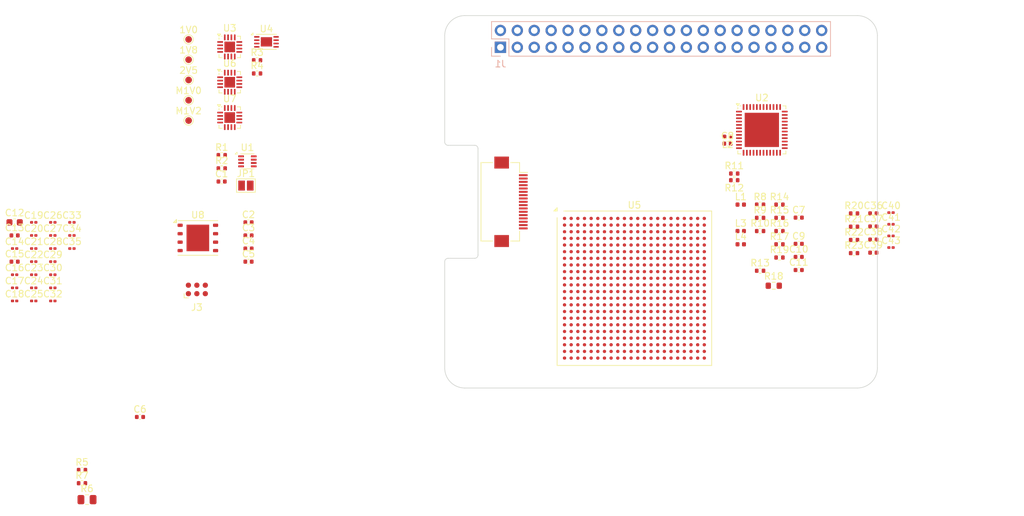
<source format=kicad_pcb>
(kicad_pcb (version 20241229) (generator "pcbnew") (generator_version "9.0")
  (title_block (date "15 nov 2012"))
  (layers (0 "F.Cu" signal) (4 "In1.Cu" signal) (6 "In2.Cu" signal) (8 "In3.Cu" signal) (10 "In4.Cu" signal) (2 "B.Cu" signal) (13 "F.Paste" user) (15 "B.Paste" user) (5 "F.SilkS" user "F.Silkscreen") (7 "B.SilkS" user "B.Silkscreen") (1 "F.Mask" user) (3 "B.Mask" user) (25 "Edge.Cuts" user))
  (net 0 "")
  (net 1 "GND")
  (net 2 "/FPGA/1V0_FD")
  (net 3 "/FPGA/1V8_FD")
  (net 4 "/FPGA/FPGA Power/2V5_FD")
  (net 5 "Net-(U5F-MGTPTXN0_216)")
  (net 6 "/FPGA/FPGA 3/PCIE.TX_N")
  (net 7 "/FPGA/FPGA 3/PCIE.RX_N")
  (net 8 "Net-(U5F-MGTPRXN0_216)")
  (net 9 "/FPGA/FPGA 3/PCIE.TX_P")
  (net 10 "Net-(U5F-MGTPTXP0_216)")
  (net 11 "/FPGA/FPGA 3/PCIE.RX_P")
  (net 12 "Net-(U5F-MGTPRXP0_216)")
  (net 16 "/Connectors/EN3")
  (net 18 "/Connectors/I2C1.SDA")
  (net 19 "/ID_SDA")
  (net 20 "/ID_SCL")
  (net 22 "/Connectors/SPI0.CS0")
  (net 24 "/Connectors/EN2")
  (net 25 "/Connectors/EN1")
  (net 26 "/Connectors/SPI0.CS1")
  (net 27 "/Connectors/5V0")
  (net 28 "/Connectors/ID_SCL")
  (net 29 "/Connectors/EN4")
  (net 31 "+3V3")
  (net 32 "/Connectors/PGOOD")
  (net 33 "/Connectors/I2C1.SCL")
  (net 35 "/Connectors/SPI0.MISO")
  (net 39 "/Connectors/3V3")
  (net 40 "/Connectors/ID_SDA")
  (net 41 "/Connectors/SPI0.MOSI")
  (net 42 "/Connectors/SPI0.SCK")
  (net 46 "/Connectors/PCIE.F2P_P")
  (net 47 "/Connectors/PCIE.P2F_P")
  (net 48 "/Connectors/PCIE.CLK_P")
  (net 49 "Net-(JP1-A)")
  (net 50 "/Connectors/PCIE.CLKREQ_N")
  (net 51 "/Connectors/PCIE.CLK_N")
  (net 52 "/Connectors/PCIE.PWR_EN")
  (net 53 "/Connectors/PCIE.P2F_N")
  (net 54 "/Connectors/PCIE.F2P_N")
  (net 55 "/Connectors/PCIE.DET_WAKE")
  (net 56 "/Connectors/PCIE.RST_B")
  (net 57 "/Connectors/TCK")
  (net 58 "/Connectors/TDO")
  (net 59 "/Connectors/TDI")
  (net 60 "/Connectors/TMS")
  (net 61 "/FPGA/1V2_MGT")
  (net 62 "/Main Power/FB1")
  (net 63 "/Main Power/BST3")
  (net 64 "/Main Power/Comp & Decpl./COMP4")
  (net 68 "/Main Power/5V0_N")
  (net 69 "/Main Power/SW2")
  (net 70 "/Main Power/BST4")
  (net 71 "/Main Power/Comp & Decpl./COMP3")
  (net 72 "/Main Power/SW3")
  (net 73 "/Main Power/FB4")
  (net 75 "/Main Power/Comp & Decpl./COMP1")
  (net 77 "/Main Power/SW4")
  (net 78 "/Main Power/BST1")
  (net 79 "/Main Power/FB3")
  (net 80 "/Main Power/SW1")
  (net 81 "/Main Power/FB2")
  (net 84 "/Main Power/BST2")
  (net 85 "/Main Power/Comp & Decpl./COMP2")
  (net 86 "Net-(U2-RT)")
  (net 88 "/Main Power/5V0_SENS_N")
  (net 90 "/Main Power/5V0_SENS_P")
  (net 91 "/FPGA/3V3_FD")
  (net 92 "/FPGA/FPGA 3/PCIE.CLK_N")
  (net 93 "/FPGA/FPGA 3/PCIE.CLK_P")
  (net 94 "/Main Power/1V0_SENS_P")
  (net 95 "/Main Power/1V0_SENS_N")
  (net 401 "Net-(C40-Pad1)")
  (net 402 "Net-(C41-Pad1)")
  (net 403 "Net-(C42-Pad1)")
  (net 404 "Net-(C43-Pad1)")
  (net 405 "/Main Power/1V0_P")
  (footprint "Package_BGA:Xilinx_FGG484" (layer "F.Cu") (at 128.5 85)
    (property "Reference" "U5")
    (property "Value" "XC7A35T-FGG484")
  )
  (footprint "Capacitor_SMD:C_0201_0603Metric" (layer "F.Cu") (at 41.12 75.09)
    (property "Reference" "C26")
    (property "Value" "0.1uF")
  )
  (footprint "MountingHole:MountingHole_2.7mm_M2.5" (layer "F.Cu") (at 161.5 47.5)
    (property "Reference" "MH2" (hide yes))
    (property "Value" "MountingHole_2.7mm_M2.5" (hide yes))
  )
  (footprint "Package_SON:WSON-8-1EP_6x5mm_P1.27mm_EP3.4x4mm" (layer "F.Cu") (at 62.91 77.435)
    (property "Reference" "U8")
    (property "Value" "MX25L3233FZN")
  )
  (footprint "Resistor_SMD:R_0402_1005Metric" (layer "F.Cu") (at 150.295 74.41)
    (property "Reference" "R15")
    (property "Value" "15K")
  )
  (footprint "Resistor_SMD:R_0402_1005Metric" (layer "F.Cu") (at 147.385 82.37)
    (property "Reference" "R13")
    (property "Value" "30K")
  )
  (footprint "Resistor_SMD:R_0402_1005Metric" (layer "F.Cu") (at 147.385 72.42)
    (property "Reference" "R8")
    (property "Value" "31.6K")
  )
  (footprint "Capacitor_SMD:C_0201_0603Metric" (layer "F.Cu") (at 41.12 84.94)
    (property "Reference" "C31")
    (property "Value" "0.1uF")
  )
  (footprint "Capacitor_SMD:C_0402_1005Metric" (layer "F.Cu") (at 153.185 74.38)
    (property "Reference" "C7")
    (property "Value" "0.1uF")
  )
  (footprint "Capacitor_SMD:C_0201_0603Metric" (layer "F.Cu") (at 38.25 75.09)
    (property "Reference" "C19")
    (property "Value" "0.1uF")
  )
  (footprint "Capacitor_SMD:C_0402_1005Metric" (layer "F.Cu") (at 164.39 77.68)
    (property "Reference" "C38")
    (property "Value" "10uF")
  )
  (footprint "Capacitor_SMD:C_0402_1005Metric" (layer "F.Cu") (at 164.39 75.71)
    (property "Reference" "C37")
    (property "Value" "10uF")
  )
  (footprint "Capacitor_SMD:C_0201_0603Metric" (layer "F.Cu") (at 41.12 79.03)
    (property "Reference" "C28")
    (property "Value" "0.1uF")
  )
  (footprint "Capacitor_SMD:C_0402_1005Metric" (layer "F.Cu") (at 153.185 78.32)
    (property "Reference" "C9")
    (property "Value" "0.1uF")
  )
  (footprint "Resistor_SMD:R_0402_1005Metric" (layer "F.Cu") (at 161.5 79.72)
    (property "Reference" "R23")
    (property "Value" "10K")
  )
  (footprint "Capacitor_SMD:C_0402_1005Metric" (layer "F.Cu") (at 70.52 81)
    (property "Reference" "C5")
    (property "Value" "0.1uF")
  )
  (footprint "Resistor_SMD:R_0402_1005Metric" (layer "F.Cu") (at 66.5 66.97)
    (property "Reference" "R2")
    (property "Value" "3.9k")
  )
  (footprint "Inductor_SMD:L_0402_1005Metric" (layer "F.Cu") (at 144.475 78.39)
    (property "Reference" "L4")
    (property "Value" "1uH")
  )
  (footprint "Resistor_SMD:R_0402_1005Metric" (layer "F.Cu") (at 147.385 74.41)
    (property "Reference" "R9")
    (property "Value" "30K")
  )
  (footprint "Capacitor_SMD:C_0402_1005Metric" (layer "F.Cu") (at 153.185 80.29)
    (property "Reference" "C10")
    (property "Value" "0.1uF")
  )
  (footprint "Connector:Tag-Connect_TC2030-IDC-NL_2x03_P1.27mm_Vertical" (layer "F.Cu") (at 62.76 85.18)
    (property "Reference" "J3")
    (property "Value" "TC2030")
  )
  (footprint "Resistor_SMD:R_0402_1005Metric" (layer "F.Cu") (at 143.5 68.75 180)
    (property "Reference" "R12")
    (property "Value" "24K")
  )
  (footprint "Capacitor_SMD:C_0201_0603Metric" (layer "F.Cu") (at 35.38 84.94)
    (property "Reference" "C17")
    (property "Value" "0.1uF")
  )
  (footprint "Resistor_SMD:R_0402_1005Metric" (layer "F.Cu") (at 161.5 73.75)
    (property "Reference" "R20")
    (property "Value" "10K")
  )
  (footprint "Capacitor_SMD:C_0201_0603Metric" (layer "F.Cu") (at 41.12 81)
    (property "Reference" "C29")
    (property "Value" "0.1uF")
  )
  (footprint "TestPoint:TestPoint_Pad_D1.0mm" (layer "F.Cu") (at 61.52 53.68)
    (property "Reference" "2V5")
    (property "Value" "TestPoint")
  )
  (footprint "Capacitor_SMD:C_0402_1005Metric" (layer "F.Cu") (at 70.52 79.03)
    (property "Reference" "C4")
    (property "Value" "0.1uF")
  )
  (footprint "Resistor_SMD:R_0402_1005Metric" (layer "F.Cu") (at 71.81 50.71)
    (property "Reference" "R3")
    (property "Value" "4.7K")
  )
  (footprint "Resistor_SMD:R_0603_1608Metric" (layer "F.Cu") (at 149.435 84.62)
    (property "Reference" "R18")
    (property "Value" "0.005")
  )
  (footprint "Capacitor_SMD:C_0201_0603Metric" (layer "F.Cu") (at 38.25 82.97)
    (property "Reference" "C23")
    (property "Value" "0.1uF")
  )
  (footprint "Capacitor_SMD:C_0201_0603Metric" (layer "F.Cu") (at 35.38 79.03)
    (property "Reference" "C14")
    (property "Value" "0.1uF")
  )
  (footprint "Capacitor_SMD:C_0201_0603Metric" (layer "F.Cu") (at 43.99 75.09)
    (property "Reference" "C33")
    (property "Value" "0.1uF")
  )
  (footprint "Resistor_SMD:R_0402_1005Metric" (layer "F.Cu") (at 71.81 52.7)
    (property "Reference" "R4")
    (property "Value" "4.7K")
  )
  (footprint "TestPoint:TestPoint_Pad_D1.0mm" (layer "F.Cu") (at 61.52 50.63)
    (property "Reference" "1V8")
    (property "Value" "TestPoint")
  )
  (footprint "Resistor_SMD:R_0402_1005Metric" (layer "F.Cu") (at 161.5 77.73)
    (property "Reference" "R22")
    (property "Value" "10K")
  )
  (footprint "Resistor_SMD:R_0402_1005Metric" (layer "F.Cu") (at 150.295 72.42)
    (property "Reference" "R14")
    (property "Value" "120K")
  )
  (footprint "Inductor_SMD:L_0402_1005Metric" (layer "F.Cu") (at 144.475 76.4)
    (property "Reference" "L3")
    (property "Value" "1uH")
  )
  (footprint "Resistor_SMD:R_0402_1005Metric" (layer "F.Cu") (at 161.5 75.74)
    (property "Reference" "R21")
    (property "Value" "10K")
  )
  (footprint "Capacitor_SMD:C_0201_0603Metric" (layer "F.Cu") (at 167.05 78.88)
    (property "Reference" "C43")
    (property "Value" "2.2nF")
  )
  (footprint "Capacitor_SMD:C_0402_1005Metric" (layer "F.Cu") (at 66.48 68.95)
    (property "Reference" "C1")
    (property "Value" "100n")
  )
  (footprint "Package_DFN_QFN:QFN-48-1EP_7x7mm_P0.5mm_EP5.15x5.15mm" (layer "F.Cu") (at 147.645 61.185)
    (property "Reference" "U2")
    (property "Value" "ADP5054")
  )
  (footprint "Capacitor_SMD:C_0402_1005Metric" (layer "F.Cu") (at 164.39 79.65)
    (property "Reference" "C39")
    (property "Value" "10uF")
  )
  (footprint "Capacitor_SMD:C_0201_0603Metric" (layer "F.Cu") (at 41.12 86.91)
    (property "Reference" "C32")
    (property "Value" "0.1uF")
  )
  (footprint "Inductor_SMD:L_0402_1005Metric" (layer "F.Cu") (at 142.505 62.22 180)
    (property "Reference" "L2")
    (property "Value" "1uH")
  )
  (footprint "Jumper:SolderJumper-2_P1.3mm_Open_Pad1.0x1.5mm" (layer "F.Cu") (at 70.13 69.56)
    (property "Reference" "JP1")
    (property "Value" "ID_WP")
  )
  (footprint "Capacitor_SMD:C_0201_0603Metric" (layer "F.Cu") (at 167.05 75.38)
    (property "Reference" "C41")
    (property "Value" "2.2nF")
  )
  (footprint "Package_DFN_QFN:DFN-8-1EP_3x2mm_P0.5mm_EP1.7x1.4mm" (layer "F.Cu") (at 73.215 47.945)
    (property "Reference" "U4")
    (property "Value" "MCP9804_DFN")
  )
  (footprint "Capacitor_SMD:C_0201_0603Metric" (layer "F.Cu") (at 35.38 82.97)
    (property "Reference" "C16")
    (property "Value" "0.1uF")
  )
  (footprint "MountingHole:MountingHole_2.7mm_M2.5" (layer "F.Cu") (at 103.5 96.5)
    (property "Reference" "MH3" (hide yes))
    (property "Value" "MountingHole_2.7mm_M2.5" (hide yes))
  )
  (footprint "Capacitor_SMD:C_0402_1005Metric" (layer "F.Cu") (at 70.52 75.09)
    (property "Reference" "C2")
    (property "Value" "0.1uF")
  )
  (footprint "Capacitor_SMD:C_0201_0603Metric" (layer "F.Cu") (at 38.25 86.91)
    (property "Reference" "C25")
    (property "Value" "0.1uF")
  )
  (footprint "Package_DFN_QFN:VQFN-16-1EP_3x3mm_P0.5mm_EP1.6x1.6mm" (layer "F.Cu") (at 67.7 54.02)
    (property "Reference" "U6")
    (property "Value" "INA230AIRGTT")
  )
  (footprint "Capacitor_SMD:C_0201_0603Metric" (layer "F.Cu") (at 43.99 77.06)
    (property "Reference" "C34")
    (property "Value" "0.1uF")
  )
  (footprint "Capacitor_SMD:C_0402_1005Metric" (layer "F.Cu") (at 35.38 77.06)
    (property "Reference" "C13")
    (property "Value" "0.1uF")
  )
  (footprint "Capacitor_SMD:C_0402_1005Metric" (layer "F.Cu") (at 35.38 81)
    (property "Reference" "C15")
    (property "Value" "10uF")
  )
  (footprint "MountingHole:MountingHole_2.7mm_M2.5" (layer "F.Cu") (at 103.5 47.5)
    (property "Reference" "MH1" (hide yes))
    (property "Value" "MountingHole_2.7mm_M2.5" (hide yes))
  )
  (footprint "Resistor_SMD:R_0402_1005Metric" (layer "F.Cu") (at 143.5 67.75)
    (property "Reference" "R11")
    (property "Value" "75K")
  )
  (footprint "Capacitor_SMD:C_0201_0603Metric" (layer "F.Cu") (at 41.12 77.06)
    (property "Reference" "C27")
    (property "Value" "0.1uF")
  )
  (footprint "Capacitor_SMD:C_0201_0603Metric" (layer "F.Cu") (at 35.38 86.91)
    (property "Reference" "C18")
    (property "Value" "0.1uF")
  )
  (footprint "Capacitor_SMD:C_0402_1005Metric" (layer "F.Cu") (at 164.39 73.74)
    (property "Reference" "C36")
    (property "Value" "10uF")
  )
  (footprint "Resistor_SMD:R_0402_1005Metric" (layer "F.Cu") (at 150.295 78.39)
    (property "Reference" "R17")
    (property "Value" "100")
  )
  (footprint "Inductor_SMD:L_0402_1005Metric" (layer "F.Cu") (at 144.475 72.42)
    (property "Reference" "L1")
    (property "Value" "1uH")
  )
  (footprint "Resistor_SMD:R_0805_2012Metric" (layer "F.Cu") (at 46.255 116.79)
    (property "Reference" "R6")
    (property "Value" "0.003")
  )
  (footprint "Capacitor_SMD:C_0201_0603Metric" (layer "F.Cu") (at 43.99 79.03)
    (property "Reference" "C35")
    (property "Value" "0.1uF")
  )
  (footprint "Capacitor_SMD:C_0402_1005Metric" (layer "F.Cu") (at 142.48 63.25)
    (property "Reference" "C8")
    (property "Value" "0.1uF")
  )
  (footprint "Capacitor_SMD:C_0201_0603Metric" (layer "F.Cu") (at 38.25 77.06)
    (property "Reference" "C20")
    (property "Value" "0.1uF")
  )
  (footprint "Capacitor_SMD:C_0402_1005Metric" (layer "F.Cu") (at 54.215 104.36)
    (property "Reference" "C6")
    (property "Value" "0.1uF")
  )
  (footprint "Package_DFN_QFN:VQFN-16-1EP_3x3mm_P0.5mm_EP1.6x1.6mm" (layer "F.Cu") (at 67.7 48.71)
    (property "Reference" "U3")
    (property "Value" "INA230AIRGTT")
  )
  (footprint "TestPoint:TestPoint_Pad_D1.0mm" (layer "F.Cu") (at 61.52 47.58)
    (property "Reference" "1V0")
    (property "Value" "TestPoint")
  )
  (footprint "Resistor_SMD:R_0402_1005Metric" (layer "F.Cu") (at 150.295 76.4)
    (property "Reference" "R16")
    (property "Value" "30K")
  )
  (footprint "Package_DFN_QFN:VQFN-16-1EP_3x3mm_P0.5mm_EP1.6x1.6mm" (layer "F.Cu") (at 67.7 59.33)
    (property "Reference" "U7")
    (property "Value" "INA230AIRGTT")
  )
  (footprint "MountingHole:MountingHole_2.7mm_M2.5" (layer "F.Cu") (at 161.5 96.5)
    (property "Reference" "MH4" (hide yes))
    (property "Value" "MountingHole_2.7mm_M2.5" (hide yes))
  )
  (footprint "Capacitor_SMD:C_0201_0603Metric" (layer "F.Cu") (at 167.05 73.63)
    (property "Reference" "C40")
    (property "Value" "2.2nF")
  )
  (footprint "Capacitor_SMD:C_0201_0603Metric" (layer "F.Cu") (at 38.25 84.94)
    (property "Reference" "C24")
    (property "Value" "0.1uF")
  )
  (footprint "Resistor_SMD:R_0402_1005Metric" (layer "F.Cu") (at 66.5 64.98)
    (property "Reference" "R1")
    (property "Value" "3.9k")
  )
  (footprint "Capacitor_SMD:C_0201_0603Metric" (layer "F.Cu") (at 167.05 77.13)
    (property "Reference" "C42")
    (property "Value" "2.2nF")
  )
  (footprint "TestPoint:TestPoint_Pad_D1.0mm" (layer "F.Cu") (at 61.52 56.73)
    (property "Reference" "M1V0")
    (property "Value" "TestPoint")
  )
  (footprint "Capacitor_SMD:C_0201_0603Metric" (layer "F.Cu") (at 38.25 81)
    (property "Reference" "C22")
    (property "Value" "0.1uF")
  )
  (footprint "Capacitor_SMD:C_0402_1005Metric" (layer "F.Cu") (at 70.52 77.06)
    (property "Reference" "C3")
    (property "Value" "0.1uF")
  )
  (footprint "Capacitor_SMD:C_0201_0603Metric" (layer "F.Cu") (at 38.25 79.03)
    (property "Reference" "C21")
    (property "Value" "0.1uF")
  )
  (footprint "Package_DFN_QFN:DFN-8_2x2mm_P0.5mm" (layer "F.Cu") (at 70.355 65.915)
    (property "Reference" "U1")
    (property "Value" "CAT24C256")
  )
  (footprint "Connector_FFC-FPC:Hirose_FH12-17S-0.5SH_1x17-1MP_P0.50mm_Horizontal" (layer "F.Cu") (at 109.95 72 -90)
    (property "Reference" "J2" (hide yes))
    (property "Value" "Hirose_FH12-16S")
  )
  (footprint "Resistor_SMD:R_0402_1005Metric" (layer "F.Cu") (at 45.505 114.32)
    (property "Reference" "R7")
    (property "Value" "100")
  )
  (footprint "Capacitor_SMD:C_0201_0603Metric" (layer "F.Cu") (at 41.12 82.97)
    (property "Reference" "C30")
    (property "Value" "0.1uF")
  )
  (footprint "Capacitor_SMD:C_0603_1608Metric" (layer "F.Cu") (at 35.38 75.09)
    (property "Reference" "C12")
    (property "Value" "47uF")
  )
  (footprint "TestPoint:TestPoint_Pad_D1.0mm" (layer "F.Cu") (at 61.52 59.78)
    (property "Reference" "M1V2")
    (property "Value" "TestPoint")
  )
  (footprint "Resistor_SMD:R_0402_1005Metric" (layer "F.Cu") (at 150.295 80.38)
    (property "Reference" "R19")
    (property "Value" "100")
  )
  (footprint "Resistor_SMD:R_0402_1005Metric" (layer "F.Cu") (at 147.385 76.4)
    (property "Reference" "R10")
    (property "Value" "24K")
  )
  (footprint "Capacitor_SMD:C_0402_1005Metric" (layer "F.Cu") (at 153.185 82.26)
    (property "Reference" "C11")
    (property "Value" "0.1uF")
  )
  (footprint "Resistor_SMD:R_0402_1005Metric" (layer "F.Cu") (at 45.505 112.33)
    (property "Reference" "R5")
    (property "Value" "100")
  )
  (footprint "Connector_PinSocket_2.54mm:PinSocket_2x20_P2.54mm_Vertical" (layer "B.Cu") (at 108.37 48.77 -90)
    (property "Reference" "J1")
    (property "Value" "GPIO")
  )
  (gr_arc (start 100.5 63.5) (mid 100.146447 63.353553) (end 100 63) (stroke (width 0.1)) (layer "Edge.Cuts"))
  (gr_arc (start 162 44) (mid 164.12132 44.87868) (end 165 47) (stroke (width 0.1)) (layer "Edge.Cuts"))
  (gr_line (start 165 97) (end 165 47) (stroke (width 0.1)) (layer "Edge.Cuts"))
  (gr_line (start 100 47) (end 100 63) (stroke (width 0.1)) (layer "Edge.Cuts"))
  (gr_arc (start 103 100) (mid 100.87868 99.12132) (end 100 97) (stroke (width 0.1)) (layer "Edge.Cuts"))
  (gr_line (start 103 100) (end 162 100) (stroke (width 0.1)) (layer "Edge.Cuts"))
  (gr_line (start 104.5 80.5) (end 100.5 80.5) (stroke (width 0.1)) (layer "Edge.Cuts"))
  (gr_arc (start 100 81) (mid 100.146138 80.646755) (end 100.499127 80.500001) (stroke (width 0.1)) (layer "Edge.Cuts"))
  (gr_arc (start 165 97) (mid 164.12132 99.12132) (end 162 100) (stroke (width 0.1)) (layer "Edge.Cuts"))
  (gr_line (start 105 64) (end 105 80) (stroke (width 0.1)) (layer "Edge.Cuts"))
  (gr_arc (start 100 47) (mid 100.87868 44.87868) (end 103 44) (stroke (width 0.1)) (layer "Edge.Cuts"))
  (gr_line (start 100 81) (end 100 97) (stroke (width 0.1)) (layer "Edge.Cuts"))
  (gr_line (start 100.5 63.5) (end 104.5 63.5) (stroke (width 0.1)) (layer "Edge.Cuts"))
  (gr_arc (start 105 80) (mid 104.853553 80.353553) (end 104.5 80.5) (stroke (width 0.1)) (layer "Edge.Cuts"))
  (gr_arc (start 104.5 63.5) (mid 104.853553 63.646447) (end 105 64) (stroke (width 0.1)) (layer "Edge.Cuts"))
  (gr_line (start 162 44) (end 103 44) (stroke (width 0.1)) (layer "Edge.Cuts"))
)
</source>
